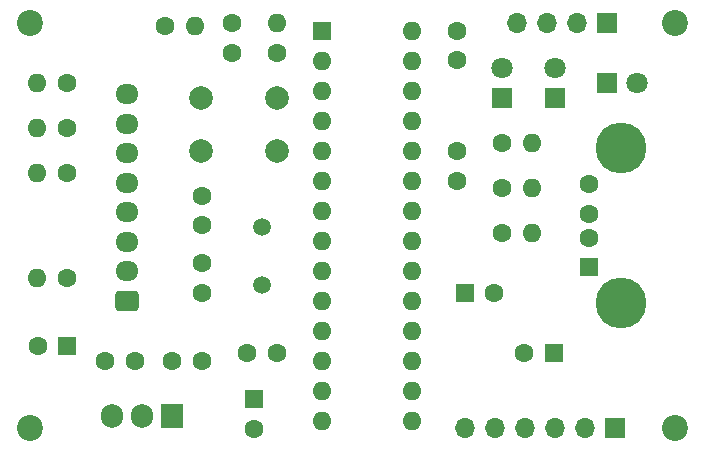
<source format=gbs>
G04 #@! TF.GenerationSoftware,KiCad,Pcbnew,(6.0.6)*
G04 #@! TF.CreationDate,2023-05-14T15:30:48+09:00*
G04 #@! TF.ProjectId,USBKeyboard4S1,5553424b-6579-4626-9f61-72643453312e,0.1*
G04 #@! TF.SameCoordinates,Original*
G04 #@! TF.FileFunction,Soldermask,Bot*
G04 #@! TF.FilePolarity,Negative*
%FSLAX46Y46*%
G04 Gerber Fmt 4.6, Leading zero omitted, Abs format (unit mm)*
G04 Created by KiCad (PCBNEW (6.0.6)) date 2023-05-14 15:30:48*
%MOMM*%
%LPD*%
G01*
G04 APERTURE LIST*
G04 Aperture macros list*
%AMRoundRect*
0 Rectangle with rounded corners*
0 $1 Rounding radius*
0 $2 $3 $4 $5 $6 $7 $8 $9 X,Y pos of 4 corners*
0 Add a 4 corners polygon primitive as box body*
4,1,4,$2,$3,$4,$5,$6,$7,$8,$9,$2,$3,0*
0 Add four circle primitives for the rounded corners*
1,1,$1+$1,$2,$3*
1,1,$1+$1,$4,$5*
1,1,$1+$1,$6,$7*
1,1,$1+$1,$8,$9*
0 Add four rect primitives between the rounded corners*
20,1,$1+$1,$2,$3,$4,$5,0*
20,1,$1+$1,$4,$5,$6,$7,0*
20,1,$1+$1,$6,$7,$8,$9,0*
20,1,$1+$1,$8,$9,$2,$3,0*%
G04 Aperture macros list end*
%ADD10R,1.700000X1.700000*%
%ADD11O,1.700000X1.700000*%
%ADD12R,1.905000X2.000000*%
%ADD13O,1.905000X2.000000*%
%ADD14C,1.600000*%
%ADD15R,1.600000X1.600000*%
%ADD16R,1.800000X1.800000*%
%ADD17C,1.800000*%
%ADD18C,2.200000*%
%ADD19O,1.600000X1.600000*%
%ADD20C,1.500000*%
%ADD21R,1.500000X1.600000*%
%ADD22C,4.300000*%
%ADD23C,2.000000*%
%ADD24RoundRect,0.250000X0.725000X-0.600000X0.725000X0.600000X-0.725000X0.600000X-0.725000X-0.600000X0*%
%ADD25O,1.950000X1.700000*%
G04 APERTURE END LIST*
D10*
X157480000Y-69215000D03*
D11*
X154940000Y-69215000D03*
X152400000Y-69215000D03*
X149860000Y-69215000D03*
D12*
X120650000Y-102470000D03*
D13*
X118110000Y-102470000D03*
X115570000Y-102470000D03*
D14*
X117475000Y-97790000D03*
X114975000Y-97790000D03*
D15*
X127595000Y-101029888D03*
D14*
X127595000Y-103529888D03*
D16*
X148590000Y-75565000D03*
D17*
X148590000Y-73025000D03*
D18*
X108585000Y-69215000D03*
D14*
X123150000Y-97790000D03*
X120650000Y-97790000D03*
D18*
X163195000Y-69215000D03*
D14*
X120015000Y-69440000D03*
D19*
X122555000Y-69440000D03*
D14*
X111760000Y-74295000D03*
D19*
X109220000Y-74295000D03*
D20*
X128270000Y-91360000D03*
X128270000Y-86460000D03*
D14*
X129500000Y-97155000D03*
X127000000Y-97155000D03*
D10*
X158115000Y-103505000D03*
D11*
X155575000Y-103505000D03*
X153035000Y-103505000D03*
X150495000Y-103505000D03*
X147955000Y-103505000D03*
X145415000Y-103505000D03*
D14*
X129540000Y-71755000D03*
D19*
X129540000Y-69215000D03*
D14*
X144780000Y-69850000D03*
X144780000Y-72350000D03*
D18*
X163195000Y-103505000D03*
D15*
X152947380Y-97155000D03*
D14*
X150447380Y-97155000D03*
D21*
X155930000Y-89860000D03*
D14*
X155930000Y-87360000D03*
X155930000Y-85360000D03*
X155930000Y-82860000D03*
D22*
X158640000Y-92930000D03*
X158640000Y-79790000D03*
D14*
X144780000Y-82550000D03*
X144780000Y-80050000D03*
X111760000Y-90805000D03*
D19*
X109220000Y-90805000D03*
D15*
X145415000Y-92075000D03*
D14*
X147915000Y-92075000D03*
X148590000Y-79375000D03*
D19*
X151130000Y-79375000D03*
D16*
X157480000Y-74295000D03*
D17*
X160020000Y-74295000D03*
D15*
X133350000Y-69835000D03*
D19*
X133350000Y-72375000D03*
X133350000Y-74915000D03*
X133350000Y-77455000D03*
X133350000Y-79995000D03*
X133350000Y-82535000D03*
X133350000Y-85075000D03*
X133350000Y-87615000D03*
X133350000Y-90155000D03*
X133350000Y-92695000D03*
X133350000Y-95235000D03*
X133350000Y-97775000D03*
X133350000Y-100315000D03*
X133350000Y-102855000D03*
X140970000Y-102855000D03*
X140970000Y-100315000D03*
X140970000Y-97775000D03*
X140970000Y-95235000D03*
X140970000Y-92695000D03*
X140970000Y-90155000D03*
X140970000Y-87615000D03*
X140970000Y-85075000D03*
X140970000Y-82535000D03*
X140970000Y-79995000D03*
X140970000Y-77455000D03*
X140970000Y-74915000D03*
X140970000Y-72375000D03*
X140970000Y-69835000D03*
D15*
X111760000Y-96520000D03*
D14*
X109260000Y-96520000D03*
X111760000Y-78105000D03*
D19*
X109220000Y-78105000D03*
D14*
X148590000Y-86995000D03*
D19*
X151130000Y-86995000D03*
D14*
X123190000Y-83820000D03*
X123190000Y-86320000D03*
X125730000Y-69215000D03*
X125730000Y-71715000D03*
X111760000Y-81915000D03*
D19*
X109220000Y-81915000D03*
D23*
X129540000Y-80065000D03*
X123040000Y-80065000D03*
X123040000Y-75565000D03*
X129540000Y-75565000D03*
D16*
X153035000Y-75565000D03*
D17*
X153035000Y-73025000D03*
D14*
X148590000Y-83185000D03*
D19*
X151130000Y-83185000D03*
D18*
X108585000Y-103505000D03*
D14*
X123190000Y-89555000D03*
X123190000Y-92055000D03*
D24*
X116840000Y-92710000D03*
D25*
X116840000Y-90210000D03*
X116840000Y-87710000D03*
X116840000Y-85210000D03*
X116840000Y-82710000D03*
X116840000Y-80210000D03*
X116840000Y-77710000D03*
X116840000Y-75210000D03*
M02*

</source>
